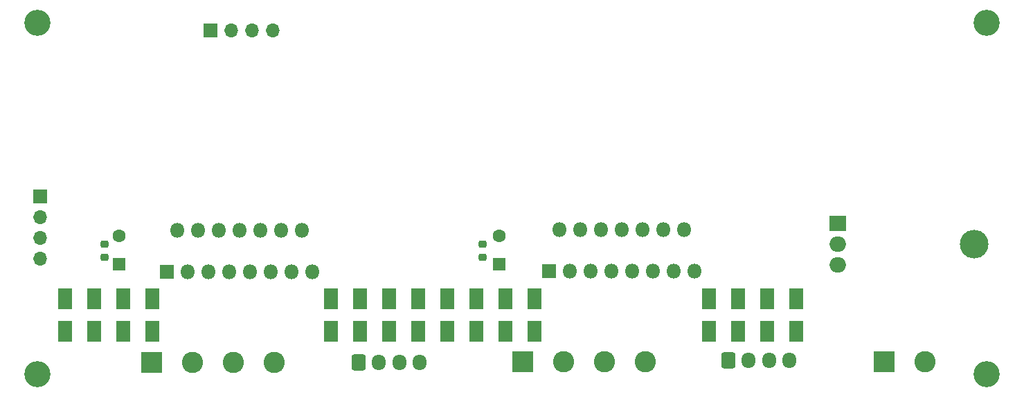
<source format=gbs>
%TF.GenerationSoftware,KiCad,Pcbnew,(6.0.0)*%
%TF.CreationDate,2022-11-20T23:13:48-05:00*%
%TF.ProjectId,i2c l298p,69326320-6c32-4393-9870-2e6b69636164,rev?*%
%TF.SameCoordinates,Original*%
%TF.FileFunction,Soldermask,Bot*%
%TF.FilePolarity,Negative*%
%FSLAX46Y46*%
G04 Gerber Fmt 4.6, Leading zero omitted, Abs format (unit mm)*
G04 Created by KiCad (PCBNEW (6.0.0)) date 2022-11-20 23:13:48*
%MOMM*%
%LPD*%
G01*
G04 APERTURE LIST*
G04 Aperture macros list*
%AMRoundRect*
0 Rectangle with rounded corners*
0 $1 Rounding radius*
0 $2 $3 $4 $5 $6 $7 $8 $9 X,Y pos of 4 corners*
0 Add a 4 corners polygon primitive as box body*
4,1,4,$2,$3,$4,$5,$6,$7,$8,$9,$2,$3,0*
0 Add four circle primitives for the rounded corners*
1,1,$1+$1,$2,$3*
1,1,$1+$1,$4,$5*
1,1,$1+$1,$6,$7*
1,1,$1+$1,$8,$9*
0 Add four rect primitives between the rounded corners*
20,1,$1+$1,$2,$3,$4,$5,0*
20,1,$1+$1,$4,$5,$6,$7,0*
20,1,$1+$1,$6,$7,$8,$9,0*
20,1,$1+$1,$8,$9,$2,$3,0*%
G04 Aperture macros list end*
%ADD10R,2.600000X2.600000*%
%ADD11C,2.600000*%
%ADD12RoundRect,0.250000X-0.600000X-0.725000X0.600000X-0.725000X0.600000X0.725000X-0.600000X0.725000X0*%
%ADD13O,1.700000X1.950000*%
%ADD14R,1.800000X1.800000*%
%ADD15O,1.800000X1.800000*%
%ADD16C,3.200000*%
%ADD17O,3.500000X3.500000*%
%ADD18R,2.000000X1.905000*%
%ADD19O,2.000000X1.905000*%
%ADD20R,1.600000X1.600000*%
%ADD21C,1.600000*%
%ADD22R,1.700000X1.700000*%
%ADD23O,1.700000X1.700000*%
%ADD24RoundRect,0.225000X0.250000X-0.225000X0.250000X0.225000X-0.250000X0.225000X-0.250000X-0.225000X0*%
%ADD25R,1.800000X2.500000*%
G04 APERTURE END LIST*
D10*
%TO.C,J1*%
X197946000Y-125313000D03*
D11*
X202946000Y-125313000D03*
%TD*%
D10*
%TO.C,J4*%
X153703000Y-125313000D03*
D11*
X158703000Y-125313000D03*
X163703000Y-125313000D03*
X168703000Y-125313000D03*
%TD*%
D12*
%TO.C,J5*%
X133664000Y-125459000D03*
D13*
X136164000Y-125459000D03*
X138664000Y-125459000D03*
X141164000Y-125459000D03*
%TD*%
D14*
%TO.C,U6*%
X110231000Y-114317000D03*
D15*
X111501000Y-109237000D03*
X112771000Y-114317000D03*
X114041000Y-109237000D03*
X115311000Y-114317000D03*
X116581000Y-109237000D03*
X117851000Y-114317000D03*
X119121000Y-109237000D03*
X120391000Y-114317000D03*
X121661000Y-109237000D03*
X122931000Y-114317000D03*
X124201000Y-109237000D03*
X125471000Y-114317000D03*
X126741000Y-109237000D03*
X128011000Y-114317000D03*
%TD*%
D12*
%TO.C,J3*%
X178876000Y-125222000D03*
D13*
X181376000Y-125222000D03*
X183876000Y-125222000D03*
X186376000Y-125222000D03*
%TD*%
D10*
%TO.C,J2*%
X108364000Y-125440000D03*
D11*
X113364000Y-125440000D03*
X118364000Y-125440000D03*
X123364000Y-125440000D03*
%TD*%
D16*
%TO.C,REF\u002A\u002A*%
X94400000Y-83834000D03*
%TD*%
D17*
%TO.C,U7*%
X208938000Y-110998000D03*
D18*
X192278000Y-108458000D03*
D19*
X192278000Y-110998000D03*
X192278000Y-113538000D03*
%TD*%
D16*
%TO.C,REF\u002A\u002A*%
X210479000Y-83834000D03*
%TD*%
D20*
%TO.C,C18*%
X104394000Y-113412651D03*
D21*
X104394000Y-109912651D03*
%TD*%
D16*
%TO.C,REF\u002A\u002A*%
X210479000Y-126913000D03*
%TD*%
D20*
%TO.C,C16*%
X150876000Y-113412651D03*
D21*
X150876000Y-109912651D03*
%TD*%
D14*
%TO.C,U4*%
X156972000Y-114300000D03*
D15*
X158242000Y-109220000D03*
X159512000Y-114300000D03*
X160782000Y-109220000D03*
X162052000Y-114300000D03*
X163322000Y-109220000D03*
X164592000Y-114300000D03*
X165862000Y-109220000D03*
X167132000Y-114300000D03*
X168402000Y-109220000D03*
X169672000Y-114300000D03*
X170942000Y-109220000D03*
X172212000Y-114300000D03*
X173482000Y-109220000D03*
X174752000Y-114300000D03*
%TD*%
D22*
%TO.C,J9*%
X94742000Y-105156000D03*
D23*
X94742000Y-107696000D03*
X94742000Y-110236000D03*
X94742000Y-112776000D03*
%TD*%
D22*
%TO.C,J6*%
X115570000Y-84836000D03*
D23*
X118110000Y-84836000D03*
X120650000Y-84836000D03*
X123190000Y-84836000D03*
%TD*%
D16*
%TO.C,REF\u002A\u002A*%
X94400000Y-126913000D03*
%TD*%
D24*
%TO.C,C15*%
X102616000Y-112535000D03*
X102616000Y-110985000D03*
%TD*%
D25*
%TO.C,D8*%
X101346000Y-117634000D03*
X101346000Y-121634000D03*
%TD*%
%TO.C,D12*%
X133858000Y-117634000D03*
X133858000Y-121634000D03*
%TD*%
%TO.C,D4*%
X108458000Y-117634000D03*
X108458000Y-121634000D03*
%TD*%
%TO.C,D9*%
X176530000Y-121634000D03*
X176530000Y-117634000D03*
%TD*%
%TO.C,D3*%
X104902000Y-121634000D03*
X104902000Y-117634000D03*
%TD*%
%TO.C,D7*%
X97790000Y-121634000D03*
X97790000Y-117634000D03*
%TD*%
D24*
%TO.C,C14*%
X148844000Y-112535000D03*
X148844000Y-110985000D03*
%TD*%
D25*
%TO.C,D14*%
X187198000Y-117634000D03*
X187198000Y-121634000D03*
%TD*%
%TO.C,D11*%
X130302000Y-121634000D03*
X130302000Y-117634000D03*
%TD*%
%TO.C,D15*%
X137414000Y-121634000D03*
X137414000Y-117634000D03*
%TD*%
%TO.C,D10*%
X180086000Y-117634000D03*
X180086000Y-121634000D03*
%TD*%
%TO.C,D16*%
X140970000Y-117634000D03*
X140970000Y-121634000D03*
%TD*%
%TO.C,D6*%
X148082000Y-117634000D03*
X148082000Y-121634000D03*
%TD*%
%TO.C,D13*%
X183642000Y-121634000D03*
X183642000Y-117634000D03*
%TD*%
%TO.C,D5*%
X144526000Y-121634000D03*
X144526000Y-117634000D03*
%TD*%
%TO.C,D1*%
X151638000Y-121634000D03*
X151638000Y-117634000D03*
%TD*%
%TO.C,D2*%
X155194000Y-117634000D03*
X155194000Y-121634000D03*
%TD*%
M02*

</source>
